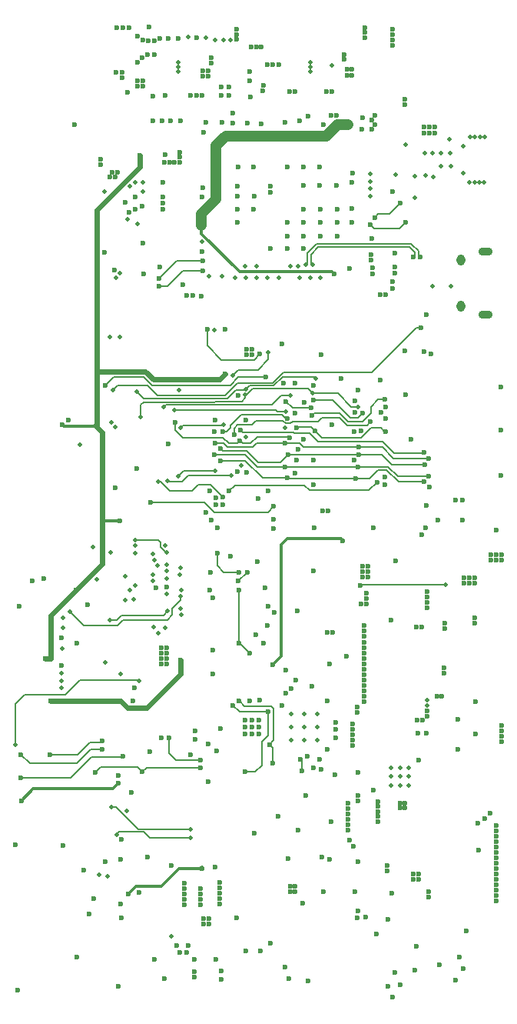
<source format=gbr>
%TF.GenerationSoftware,KiCad,Pcbnew,7.99.0-1.20230926git54171ec.fc37*%
%TF.CreationDate,2023-10-03T14:10:53+01:00*%
%TF.ProjectId,bugg-main-r5,62756767-2d6d-4616-996e-2d72352e6b69,rev?*%
%TF.SameCoordinates,Original*%
%TF.FileFunction,Copper,L4,Inr*%
%TF.FilePolarity,Positive*%
%FSLAX46Y46*%
G04 Gerber Fmt 4.6, Leading zero omitted, Abs format (unit mm)*
G04 Created by KiCad (PCBNEW 7.99.0-1.20230926git54171ec.fc37) date 2023-10-03 14:10:53*
%MOMM*%
%LPD*%
G01*
G04 APERTURE LIST*
%TA.AperFunction,ComponentPad*%
%ADD10O,1.550000X0.890000*%
%TD*%
%TA.AperFunction,ComponentPad*%
%ADD11O,0.950000X1.250000*%
%TD*%
%TA.AperFunction,ComponentPad*%
%ADD12C,0.500000*%
%TD*%
%TA.AperFunction,ComponentPad*%
%ADD13C,0.600000*%
%TD*%
%TA.AperFunction,ViaPad*%
%ADD14C,0.500000*%
%TD*%
%TA.AperFunction,ViaPad*%
%ADD15C,0.600000*%
%TD*%
%TA.AperFunction,Conductor*%
%ADD16C,0.150000*%
%TD*%
%TA.AperFunction,Conductor*%
%ADD17C,0.600000*%
%TD*%
%TA.AperFunction,Conductor*%
%ADD18C,0.300000*%
%TD*%
%TA.AperFunction,Conductor*%
%ADD19C,0.200000*%
%TD*%
%TA.AperFunction,Conductor*%
%ADD20C,1.200000*%
%TD*%
G04 APERTURE END LIST*
D10*
%TO.N,GND*%
%TO.C,J15*%
X25900000Y28700000D03*
D11*
X23200000Y29700000D03*
X23200000Y34700000D03*
D10*
X25900000Y35700000D03*
%TD*%
D12*
%TO.N,-15V*%
%TO.C,U18*%
X4467462Y-15175000D03*
X4467462Y-16625000D03*
X4467462Y-18075000D03*
X5917462Y-15175000D03*
X5917462Y-16625000D03*
X5917462Y-18075000D03*
X7367462Y-15175000D03*
X7367462Y-16625000D03*
X7367462Y-18075000D03*
%TD*%
%TO.N,GNDA*%
%TO.C,U28*%
X15464286Y-23059762D03*
X16439286Y-23059762D03*
X17414286Y-23059762D03*
X15464286Y-22084762D03*
X16439286Y-22084762D03*
X17414286Y-22084762D03*
X15464286Y-21109762D03*
X16439286Y-21109762D03*
X17414286Y-21109762D03*
%TD*%
D13*
%TO.N,-15V*%
%TO.C,U23*%
X875000Y-17375000D03*
X875000Y-16625000D03*
X875000Y-15875000D03*
X125000Y-17375000D03*
X125000Y-16625000D03*
X125000Y-15875000D03*
X-625000Y-17375000D03*
X-625000Y-16625000D03*
X-625000Y-15875000D03*
%TD*%
D14*
%TO.N,GND*%
X18125000Y44000000D03*
D15*
X-100000Y55500000D03*
X-100000Y54500000D03*
X-2400000Y52825000D03*
X-2400000Y53800000D03*
X-25000Y52725000D03*
D14*
X-4925000Y59175000D03*
X-3925000Y58925000D03*
D15*
X-5950000Y59200000D03*
X-11250000Y58900000D03*
X-11950000Y56975000D03*
X-10025000Y59150000D03*
X-9050000Y59150000D03*
X-11400000Y57350000D03*
X-11850000Y58925000D03*
%TO.N,/Power and input connector/3V7_O*%
X10275000Y57375000D03*
%TO.N,GND*%
X4875000Y53275000D03*
X8350000Y53275000D03*
%TO.N,+3.3VADC*%
X-1400000Y19800000D03*
X19700000Y9750000D03*
X3650000Y21200000D03*
X-450000Y24300000D03*
X14800000Y10050000D03*
X17100000Y19900000D03*
X7800000Y24300000D03*
X12150000Y15950000D03*
X14900000Y17300000D03*
X6950000Y10050000D03*
X11450000Y19250000D03*
X-450000Y24900000D03*
X11450000Y17950000D03*
X11400000Y12700000D03*
X-475000Y11375000D03*
X14900000Y18600000D03*
X5050000Y12750000D03*
X153631Y24896369D03*
X6775000Y-12175000D03*
X150000Y24300000D03*
X850000Y8500000D03*
D14*
%TO.N,/SCL*%
X-7700000Y-3600000D03*
X-14450000Y26275000D03*
X-14900000Y16350000D03*
X-14400000Y33325000D03*
%TO.N,/SDA*%
X-15350000Y16850000D03*
X-15500000Y26250000D03*
X-15500000Y-4900000D03*
X-9150000Y-3900000D03*
X-18800000Y14400000D03*
X-14850000Y32825000D03*
%TO.N,/FSYNC*%
X-12750000Y3950000D03*
X11850000Y18600000D03*
X6850000Y20050000D03*
X-650000Y19900000D03*
X-9300000Y2600000D03*
X-12450000Y38750000D03*
X-12100000Y17500000D03*
%TO.N,/BCLK*%
X-13600000Y39200000D03*
X-12550000Y20250000D03*
X-1050000Y12100000D03*
X-500000Y20550000D03*
X-12900000Y-2600000D03*
X7200000Y21700000D03*
X-500000Y15250000D03*
%TO.N,/SDOUT*%
X-12750000Y2500000D03*
D15*
%TO.N,GND*%
X17650000Y15000000D03*
X15625000Y58325000D03*
X350000Y40300000D03*
X9500000Y38900000D03*
D14*
X22100000Y31850000D03*
D15*
X-12450000Y59381420D03*
X-6625000Y52900000D03*
X6950000Y12750000D03*
X-13450000Y60300000D03*
X9500000Y40350000D03*
D14*
X19250000Y44050000D03*
D15*
X-14200000Y55403621D03*
D14*
X24700000Y48250000D03*
D15*
X-5500000Y-35600000D03*
X4050000Y38900000D03*
X-6350000Y30850000D03*
X-10600000Y58900000D03*
X-10600000Y-42250000D03*
X-10450000Y-1300000D03*
X3750000Y49900000D03*
X19400000Y28700000D03*
X19900000Y24400000D03*
X1900000Y9350000D03*
D14*
X19150000Y46500000D03*
D15*
X-9700000Y41700000D03*
D14*
X6600000Y56000000D03*
D15*
X-3200000Y49875000D03*
X9950000Y21700000D03*
X-17850000Y-37200000D03*
X8950000Y53275000D03*
X2175000Y42150000D03*
X16950000Y52400000D03*
X-7050000Y30850000D03*
X-14200000Y54825000D03*
X15850000Y35500000D03*
X9425000Y50675000D03*
X14300000Y30900000D03*
X1400000Y54000000D03*
D14*
X22050000Y45050000D03*
X24150000Y48250000D03*
X-8000000Y55500000D03*
X-2250000Y58950000D03*
D15*
X-3450000Y-34350000D03*
X4275000Y53275000D03*
X12350000Y50400000D03*
X16950000Y51800000D03*
D14*
X-3000000Y58925000D03*
D15*
X7650000Y40350000D03*
D14*
X18100000Y41600000D03*
D15*
X-9700000Y40300000D03*
X-3450000Y-36150000D03*
X-3275000Y53800000D03*
X-22775000Y-325000D03*
X-6200000Y-43550000D03*
D14*
X21000000Y45050000D03*
D15*
X8400000Y-13800000D03*
X-14300000Y-31250000D03*
D14*
X-7650000Y-4300000D03*
D15*
X-3450000Y-35550000D03*
D14*
X20100000Y43850000D03*
D15*
X5850000Y36000000D03*
D14*
X-13850000Y-100000D03*
X21000000Y46550000D03*
D15*
X-10050000Y33950000D03*
X23300000Y6150000D03*
X-5500000Y-34400000D03*
X15600000Y31600000D03*
X-13150000Y-23850000D03*
D14*
X25800000Y48250000D03*
D15*
X-1475000Y42875000D03*
X15900000Y34000000D03*
X-16125000Y35600000D03*
X11150000Y38900000D03*
X27600000Y20800000D03*
X-6200000Y-42200000D03*
X-20700000Y-29675000D03*
X-14100000Y60300000D03*
D14*
X-17000000Y-400000D03*
X-8000000Y56500000D03*
D15*
X8950000Y16600000D03*
X-400000Y49800000D03*
D14*
X15950000Y44100000D03*
D15*
X-19200000Y-42000000D03*
X-25975000Y-29625000D03*
D14*
X20050000Y46550000D03*
D15*
X5376400Y50086400D03*
X19400000Y7750000D03*
X-10650000Y57375000D03*
X15625000Y59525000D03*
X-11200000Y60400000D03*
X-5950000Y52900000D03*
X5800000Y44975000D03*
X15900000Y33300000D03*
X5850000Y38850000D03*
X12275000Y49100000D03*
X5800000Y37400000D03*
D14*
X20050000Y31850000D03*
X17050000Y47450000D03*
D15*
X6350000Y50550000D03*
D14*
X-6850000Y59300000D03*
D15*
X-6200000Y-44200000D03*
D14*
X23450000Y47250000D03*
D15*
X9500000Y37400000D03*
X-7700000Y50100000D03*
X27600000Y16000000D03*
X5800000Y15000000D03*
X-14600000Y-45150000D03*
X15600000Y32350000D03*
X9425000Y42925000D03*
D14*
X3750000Y16250000D03*
D15*
X-1450000Y38850000D03*
X-1450000Y41800000D03*
X-5450000Y30750000D03*
D14*
X-8000000Y56000000D03*
D15*
X-10750000Y52800000D03*
X-18400000Y-32400000D03*
X13400000Y33900000D03*
X-20100000Y17100000D03*
X-11150000Y-19400000D03*
X-9700000Y41000000D03*
X7650000Y37400000D03*
D14*
X22000000Y46550000D03*
D15*
X2175000Y42875000D03*
X-5500000Y-35000000D03*
X-9450000Y52850000D03*
D14*
X25200000Y43300000D03*
D15*
X11150000Y43250000D03*
D14*
X21900000Y48050000D03*
D15*
X4000000Y44950000D03*
X11225000Y44275000D03*
X11150000Y40400000D03*
X13350000Y37150000D03*
X-1575000Y60100000D03*
D14*
X-15400000Y2550000D03*
D15*
X-1575000Y59000000D03*
X11400000Y15900000D03*
X-4550000Y9300000D03*
X-7050000Y-41450000D03*
D14*
X6600000Y56500000D03*
D15*
X2200000Y36050000D03*
D14*
X-4600000Y33000000D03*
D15*
X-9800000Y50086400D03*
X-14250000Y-37650000D03*
X-18000000Y-3150000D03*
X-8850000Y50086400D03*
X-20850000Y-6850000D03*
X7650000Y38850000D03*
X-1375000Y44950000D03*
X-16500000Y45800000D03*
X400000Y41800000D03*
D14*
X25250000Y48250000D03*
D15*
X-3450000Y-34950000D03*
X-12450000Y56500000D03*
X-14600000Y-22000000D03*
X7600000Y44975000D03*
X13400000Y33250000D03*
X-7950000Y59150000D03*
D14*
X23450000Y44300000D03*
D15*
X15625000Y60125000D03*
X-3275000Y52850000D03*
X-550000Y17150000D03*
X13300000Y34750000D03*
X-19400000Y49600000D03*
X-5400000Y35700000D03*
D14*
X6600000Y55500000D03*
D15*
X8850000Y50675000D03*
X-4956400Y49900000D03*
X-1575000Y59550000D03*
X-12300000Y-34825000D03*
X-25700000Y-45650000D03*
X-25550000Y-3350000D03*
X-3450000Y-33750000D03*
X-4350000Y6100000D03*
X27600000Y11000000D03*
X20650000Y6100000D03*
X-5500000Y-36200000D03*
X-10750000Y50050000D03*
X-4000000Y15900000D03*
X15625000Y58925000D03*
X2475000Y6175000D03*
D14*
X24100000Y43300000D03*
D15*
X-5350000Y52900000D03*
X5825000Y42925000D03*
X7900000Y7150000D03*
X1350000Y53350000D03*
X-8750000Y-31900000D03*
X-1975000Y50950000D03*
X7625000Y42925000D03*
X-14750000Y60300000D03*
X350000Y44975000D03*
X23350000Y8300000D03*
X13300000Y35350000D03*
X-16500000Y45225000D03*
X-13600000Y53200000D03*
X8500000Y7150000D03*
X-1975000Y49825000D03*
X-19200000Y-7400000D03*
X-1450000Y40300000D03*
D14*
X-16000000Y-9550000D03*
D15*
X10850000Y33800000D03*
X-15050000Y33600000D03*
X14900000Y30900000D03*
X5850000Y40300000D03*
D14*
X-20900000Y-10750000D03*
X25750000Y43300000D03*
D15*
X-7500000Y32050000D03*
D14*
X24650000Y43300000D03*
D15*
X-14850000Y55400000D03*
X4050000Y37400000D03*
X4000000Y36000000D03*
X-24050000Y-600000D03*
%TO.N,+3V3*%
X-22050000Y-13750000D03*
X-17000000Y23675000D03*
X-7750000Y-9300000D03*
X-22050000Y-9100000D03*
X-11350000Y-31000000D03*
X-12225000Y46275000D03*
X-14250000Y-29000000D03*
X-20800000Y16625000D03*
X-14450000Y6050000D03*
X-22650000Y-9100000D03*
X-2800000Y22200000D03*
X-19275000Y-1575000D03*
X-12000000Y-14550000D03*
%TO.N,/Power and input connector/Vin*%
X13700000Y50650000D03*
X1175000Y58225000D03*
X13350000Y50150000D03*
X75000Y58225000D03*
X12550000Y60350000D03*
X625000Y58225000D03*
X13350000Y49150000D03*
X13700000Y49650000D03*
X12550000Y59250000D03*
X12550000Y59800000D03*
D14*
%TO.N,/Modem/UIM_SIM_DET*%
X-5400000Y36750000D03*
X-3975000Y27075000D03*
D15*
%TO.N,/Modem/UIM_VCC*%
X-25300000Y-24739600D03*
X-5550000Y-20300000D03*
D14*
X-13650000Y-25850000D03*
X13206594Y41793406D03*
D15*
X-9000000Y-17800000D03*
X-14600000Y-22800000D03*
%TO.N,/Power and input connector/5V_O*%
X-4375000Y56975000D03*
X-4375000Y56425000D03*
X-5200000Y48800000D03*
%TO.N,/Modem/UIM_RESET_N*%
X-6600000Y-19700000D03*
X-25325000Y-22200000D03*
X-14125000Y-19875000D03*
D14*
X13200000Y44200000D03*
D15*
%TO.N,/Modem/UIM_CLK_R*%
X-16400000Y-19100000D03*
X-25325000Y-19659600D03*
%TO.N,/Power and input connector/VIN_DCDC_3V7*%
X10600000Y55100000D03*
X2450000Y56250000D03*
X1800000Y56250000D03*
X11150000Y55100000D03*
X10600000Y55700000D03*
X3100000Y56250000D03*
X11150000Y55700000D03*
D14*
%TO.N,/SD_DAT2*%
X-9400000Y3350000D03*
X-20830000Y-12370000D03*
%TO.N,/SD_DAT3*%
X-9250000Y-2000000D03*
X-20850000Y-11550000D03*
D15*
%TO.N,/SD_CMD*%
X-20900000Y-9900000D03*
D14*
X-13850000Y-2650000D03*
%TO.N,/SD_CLK*%
X-20800000Y-8000000D03*
D15*
X-9250000Y-1250000D03*
D14*
%TO.N,/SD_DAT0*%
X-13300000Y-1550000D03*
X-20700000Y-5750000D03*
%TO.N,/SD_DAT1*%
X-12750000Y-1050000D03*
X-20700000Y-4670000D03*
%TO.N,/SD_nDET*%
X-19950000Y-3950000D03*
X-7700000Y-2300000D03*
D15*
%TO.N,/LED driver\u002C LED board connections/LED3_B*%
X-12700000Y40350000D03*
%TO.N,VBUS*%
X-14950000Y43900000D03*
X-4600000Y-37750000D03*
X-5200000Y-38350000D03*
X-4600000Y-38350000D03*
X-15250000Y44400000D03*
X-11050000Y8100000D03*
X-5350000Y-32200000D03*
X10925000Y-29125000D03*
X-15550000Y43900000D03*
X-14650000Y44400000D03*
X18850000Y4550000D03*
X-13475000Y-35050000D03*
X-5200000Y-37750000D03*
X2550000Y7650000D03*
%TO.N,/USB_OTG_ID*%
X22550000Y8300000D03*
X19115000Y24700000D03*
X16950000Y24725000D03*
%TO.N,/Power and input connector/VIN_DCDC_5*%
X-4700000Y55600000D03*
X-4700000Y55000000D03*
X-11900000Y53850000D03*
X-12500000Y53850000D03*
X-5300000Y55600000D03*
X-5300000Y55000000D03*
X-12500000Y54450000D03*
X-11900000Y54450000D03*
D14*
%TO.N,/RXD*%
X-10200000Y-6300000D03*
X-14800000Y-28500000D03*
X-6600000Y-28850000D03*
%TO.N,/TXD*%
X-15375000Y-25450000D03*
X-10700000Y-5650000D03*
X-6600000Y-27900000D03*
D15*
%TO.N,/LED driver\u002C LED board connections/LED3_G*%
X-12000000Y40700000D03*
%TO.N,/nPWR_LED*%
X-13850000Y41100000D03*
X-17325000Y-35525000D03*
%TO.N,/LED driver\u002C LED board connections/LED2_B*%
X-12700000Y41700000D03*
D14*
%TO.N,/LED driver\u002C LED board connections/LED2_G*%
X-11900000Y42250000D03*
%TO.N,/LED driver\u002C LED board connections/LED2_R*%
X-13300000Y42850000D03*
%TO.N,/LED driver\u002C LED board connections/LED1_B*%
X-16100000Y42300000D03*
X-11900000Y43250000D03*
%TO.N,/LED driver\u002C LED board connections/LED1_G*%
X-12700000Y43250000D03*
D15*
%TO.N,/LED driver\u002C LED board connections/LED1_R*%
X-9700000Y43275000D03*
%TO.N,+5V*%
X14050000Y-24850000D03*
X2450000Y-9800000D03*
X-9100000Y14500000D03*
X-9850000Y-8500000D03*
X-8935000Y45480000D03*
X14050000Y-25950000D03*
X27675000Y-16525000D03*
X27050000Y2300000D03*
X-9850000Y-9100000D03*
X-9460000Y46305000D03*
X-9250000Y-7900000D03*
X10100000Y3850000D03*
X-7825000Y46050000D03*
X27675000Y-18250000D03*
X-11800000Y33250000D03*
X27675000Y-17675000D03*
X27650000Y2300000D03*
X-9850000Y-7900000D03*
X-8385000Y45480000D03*
X26450000Y2300000D03*
X-9850000Y-9700000D03*
X27050000Y1700000D03*
X-9250000Y-9100000D03*
X27650000Y1700000D03*
X-7835000Y46600000D03*
X27675000Y-17100000D03*
X26450000Y1700000D03*
X-9250000Y-8500000D03*
X-9485000Y45505000D03*
X14050000Y-27050000D03*
X-11900000Y36600000D03*
X14050000Y-25400000D03*
X-9250000Y-9700000D03*
X-7835000Y45480000D03*
X14050000Y-26500000D03*
%TO.N,/USB_UART_DN*%
X-8150000Y-40700000D03*
%TO.N,/USB_UART_DP*%
X-6900000Y-40700000D03*
D14*
%TO.N,/POWER_ON_N*%
X-7700000Y900000D03*
X-3000000Y16600000D03*
X-7750000Y16250000D03*
%TO.N,/RESET_IN_N*%
X-2150000Y11050000D03*
X-9150000Y10400000D03*
X-9250000Y1250000D03*
%TO.N,/BOOT_MODE*%
X-8000000Y10950000D03*
X-3900000Y11550000D03*
X-9250000Y-300000D03*
%TO.N,/WAKE*%
X-2000000Y22000000D03*
X1950000Y24600000D03*
D15*
%TO.N,GNDA*%
X3750000Y-43075000D03*
X12500000Y-5500000D03*
X12525000Y-10900000D03*
X27050000Y-28050000D03*
X11225000Y-17475000D03*
X18425000Y-17325000D03*
X-3275000Y-44400000D03*
X11225000Y-18075000D03*
X27075000Y-33450000D03*
X11800000Y-24800000D03*
X27075000Y-34625000D03*
X27050000Y-30450000D03*
X12500000Y-6100000D03*
X-3650000Y5250000D03*
X12525000Y-11500000D03*
X12500000Y-7300000D03*
X-3275000Y-43500000D03*
X18500000Y-33400000D03*
X11225000Y-18675000D03*
X11225000Y-16275000D03*
X18900000Y-15875000D03*
X15075000Y-31875000D03*
X19450000Y-1750000D03*
X4900000Y-34750000D03*
X21350000Y-5825000D03*
X8675000Y-9725000D03*
X1450000Y-7450000D03*
X-4550000Y-1600000D03*
X10700000Y-27425000D03*
X16450000Y-25550000D03*
X25125000Y-30200000D03*
X27100000Y5000000D03*
X7825000Y-31000000D03*
X12525000Y-9700000D03*
X10700000Y-26225000D03*
X7725000Y-21325000D03*
X10578849Y-8870138D03*
X1900000Y-3350000D03*
X9300000Y-21925000D03*
X10700000Y-25025000D03*
X2475000Y5225000D03*
X25025000Y-27250000D03*
X15625000Y-46350000D03*
X3900000Y-10350000D03*
X12525000Y-9100000D03*
X25800000Y-26700000D03*
X12500000Y-6700000D03*
X4900000Y-34200000D03*
X23400000Y-43200000D03*
X15900000Y-43650000D03*
X27075000Y-32850000D03*
X19450000Y-3550000D03*
X4350000Y-34750000D03*
X24650000Y-5250000D03*
X27050000Y-29250000D03*
X12725000Y-2500000D03*
X11775000Y-14475000D03*
X19450000Y-2950000D03*
X19250000Y5250000D03*
X18300000Y-15875000D03*
X24650000Y-4650000D03*
X12725000Y-1900000D03*
X6250000Y-19900000D03*
X6925000Y-21150000D03*
X3000000Y-26500000D03*
X18500000Y-32850000D03*
X-2200000Y2150000D03*
X27075000Y-35225000D03*
X1550000Y-1350000D03*
X12525000Y-13875000D03*
X10700000Y-25625000D03*
X23800000Y-39075000D03*
X27075000Y-32250000D03*
X19425000Y-15475000D03*
X12525000Y-12675000D03*
X12525000Y-12100000D03*
X17950000Y-32850000D03*
D14*
X19425000Y-14275000D03*
D15*
X19450000Y-2350000D03*
X11850000Y-31450000D03*
X27050000Y-29850000D03*
X-4650000Y-18550000D03*
X12525000Y-10300000D03*
X12700000Y-37550000D03*
X18500000Y-20275000D03*
X4350000Y-34200000D03*
D14*
X19425000Y-13700000D03*
D15*
X19425000Y-14875000D03*
X20775000Y-42800000D03*
X11800000Y-24200000D03*
X13500000Y5250000D03*
X27050000Y-28650000D03*
X-3850000Y-42250000D03*
X17000000Y-25000000D03*
X17000000Y-25550000D03*
X12725000Y-3100000D03*
X19325000Y-17325000D03*
X10700000Y-28025000D03*
X8050000Y-34750000D03*
X18100000Y-43400000D03*
X10700000Y-26825000D03*
X15075000Y-32450000D03*
X11225000Y-16875000D03*
X16450000Y-25000000D03*
X12500000Y-7900000D03*
X400000Y-28300000D03*
X7000000Y5250000D03*
X-4150000Y-8200000D03*
X12525000Y-13275000D03*
X15575000Y-34900000D03*
X-4650000Y-22625000D03*
X11775000Y-15075000D03*
X21300000Y-10700000D03*
X12500000Y-8500000D03*
X27075000Y-31050000D03*
X21300000Y-10100000D03*
X27075000Y-31650000D03*
X5200000Y-28000000D03*
X27075000Y-34050000D03*
X6950000Y550000D03*
X27050000Y-27450000D03*
X17950000Y-33400000D03*
X27075000Y-35825000D03*
X21350000Y-5225000D03*
X12175000Y-3100000D03*
X-4400000Y350000D03*
%TO.N,/MIC_IN_P*%
X6350000Y-44600000D03*
X2200000Y-40475000D03*
X-550000Y-41300000D03*
D14*
%TO.N,/WAKE_ON_WWAN*%
X3850000Y18050000D03*
X-10650000Y1700000D03*
X-8450000Y18200000D03*
%TO.N,/TX_ON*%
X4350000Y19800000D03*
X-10800000Y2400000D03*
X-9600000Y18550000D03*
D15*
%TO.N,/Modem/1V8_TX_ON*%
X-5400000Y41700000D03*
X4850000Y21200000D03*
%TO.N,/Modem/1V8_WAKE_ON_WWAN*%
X5900000Y19100000D03*
X15650000Y42275000D03*
%TO.N,/Modem/1V8_WAKE*%
X3450000Y25550000D03*
D14*
X4400000Y34100000D03*
D15*
%TO.N,/Modem/1V8_BOOT_MODE*%
X5250000Y13950000D03*
X1150000Y49750000D03*
D14*
%TO.N,/Modem/1V8_RESET_IN_N*%
X5250000Y34050000D03*
D15*
X4850000Y11300000D03*
%TO.N,/Modem/1V8_POWER_ON_N*%
X4850000Y17850000D03*
X-5250000Y42700000D03*
%TO.N,Net-(D1-K)*%
X-14300000Y-36100000D03*
X-16025000Y-31475000D03*
D14*
%TO.N,/MODEM_USB_DN*%
X6050000Y34200000D03*
D15*
X18700000Y35050000D03*
D14*
%TO.N,/MODEM_USB_DP*%
X6850000Y34200000D03*
D15*
X17900000Y35050000D03*
%TO.N,Net-(D3-K)*%
X-9500000Y-44350000D03*
X1650000Y21850000D03*
X-16000000Y20950000D03*
%TO.N,+3V7*%
X9200000Y33200000D03*
X11050000Y49600000D03*
X9250000Y49600000D03*
X9850000Y49600000D03*
X-5450000Y39100000D03*
X10450000Y49600000D03*
X-5450000Y40200000D03*
X-5450000Y38550000D03*
X-5450000Y39650000D03*
D14*
%TO.N,/Modem/UIM_CLK*%
X13200000Y42600000D03*
D15*
X-6150000Y-17100000D03*
%TO.N,/GLOBAL_EN_o*%
X-12800000Y-12350000D03*
X-14950000Y9650000D03*
D14*
%TO.N,/nRPIBOOT*%
X-14300000Y-10850000D03*
X-15200000Y20400000D03*
D15*
X18750000Y27300000D03*
D14*
%TO.N,/3V7_EN*%
X-10800000Y100000D03*
X8925000Y56125000D03*
D15*
%TO.N,/Power and input connector/3V7_O*%
X10275000Y56800000D03*
X7975000Y49675000D03*
%TO.N,/Power and input connector/3.3VA_O*%
X22850000Y-19150000D03*
%TO.N,/Power and input connector/1V8_O*%
X22850000Y-15775000D03*
D14*
%TO.N,/nPWR_LED_BUF*%
X-25900000Y-18600000D03*
X-15800000Y-33050000D03*
X-12300000Y-11600000D03*
D15*
%TO.N,/MIC_IN_N*%
X4225000Y-44350000D03*
X1050000Y-41300000D03*
%TO.N,Net-(Module1A-RUN_PG)*%
X-12950000Y-13750000D03*
D14*
%TO.N,Net-(U7-UART1_TX)*%
X-600000Y34050000D03*
D15*
X-10109200Y32715200D03*
X-5283200Y34645600D03*
%TO.N,Net-(U7-UART1_RX)*%
X-10109200Y31902400D03*
D14*
X650000Y34050000D03*
D15*
X-5283200Y33578800D03*
%TO.N,Net-(U7-SYS_CLK)*%
X13200000Y38600000D03*
X17100000Y38900000D03*
%TO.N,Net-(U7-SLEEP_CLK)*%
X16500000Y41000000D03*
X13650000Y39400000D03*
%TO.N,/Modem/UIM_DATA*%
X-22150000Y-19659600D03*
D14*
X13200000Y43412246D03*
D15*
X-16400000Y-18200000D03*
X-6150000Y-18000000D03*
%TO.N,Net-(U18A-SOUT2)*%
X4150000Y-31150000D03*
X6050000Y-24150000D03*
%TO.N,Net-(U18A-SOUT1)*%
X5500000Y-20200000D03*
X5600000Y-21450000D03*
%TO.N,+15V*%
X7550000Y-20250000D03*
X-1550000Y-37650000D03*
X550000Y-6500000D03*
X19625000Y-35350000D03*
X5100000Y-3850000D03*
X-100000Y-13750000D03*
X19625000Y-34800000D03*
X11850000Y-36850000D03*
%TO.N,-15V*%
X-3950000Y-32100000D03*
X8425000Y-19075000D03*
X1800000Y-5450000D03*
X18825000Y-5650000D03*
X11500000Y-34800000D03*
X-3300000Y-16850000D03*
X18275000Y-5650000D03*
X-4150000Y-10850000D03*
%TO.N,Net-(U27-IN+)*%
X-400000Y400000D03*
X-1350000Y-550000D03*
%TO.N,Net-(U27-IN-)*%
X-3700000Y2500000D03*
X-1300000Y400000D03*
%TO.N,+1V8*%
X770000Y1575000D03*
X20525000Y-13250000D03*
X21075000Y-13250000D03*
%TO.N,+48V*%
X8900000Y-27100000D03*
X5725000Y-36025000D03*
X8475000Y-6250000D03*
X9050000Y-6250000D03*
%TO.N,/Power and input connector/BSW*%
X11275000Y-29800000D03*
X13475000Y-23600000D03*
%TO.N,Net-(C71-Pad2)*%
X-150000Y-8550000D03*
X-1300000Y-7450000D03*
X-1300000Y-1550000D03*
%TO.N,Net-(D14-A)*%
X-3750000Y-19300000D03*
X1000000Y-13650000D03*
%TO.N,/SDOUT_INT_MIC*%
X-12550000Y11800000D03*
X-13400000Y39950000D03*
%TO.N,+5VA*%
X2600000Y-4000000D03*
X-4150000Y-2450000D03*
%TO.N,/EXT_MIC_EN*%
X1000000Y24400000D03*
X24775000Y-13850000D03*
D14*
X-10250000Y1100000D03*
D15*
X-4800000Y27100000D03*
X24775000Y-17375000D03*
X11825000Y-21650000D03*
X-3050000Y8650000D03*
D14*
X-10200000Y10350000D03*
%TO.N,/SPI_SCLK*%
X-7800000Y100000D03*
%TO.N,/SPI_nCS*%
X-10750000Y-600000D03*
%TO.N,/SPI_MOSI*%
X-7650000Y-1550000D03*
D15*
%TO.N,Net-(Q14-D)*%
X8650000Y-31200000D03*
X11725000Y-37624064D03*
%TO.N,/External Microphone Interface/PIP_EN*%
X9375000Y-16150000D03*
X18225000Y-40750000D03*
%TO.N,/External Microphone Interface/P3V3_EN*%
X16500000Y-45025000D03*
X23000000Y-41975000D03*
X15150000Y-37825000D03*
X9375000Y-16900000D03*
%TO.N,Net-(U18A-IN1)*%
X2450000Y-20600000D03*
X2062500Y-18587500D03*
X-1275000Y-13775000D03*
%TO.N,Net-(U18A-IN2)*%
X1950000Y-14950000D03*
X-600000Y-21600000D03*
X-1950000Y-14250000D03*
%TO.N,/External Microphone Interface/CNV*%
X14300000Y21550000D03*
X13950000Y10300000D03*
X-2400000Y9300000D03*
%TO.N,/External Microphone Interface/SCK*%
X-1500000Y11450000D03*
X-3900000Y17100000D03*
%TO.N,/External Microphone Interface/AMP_MOSI*%
X-3050000Y7800000D03*
X5000000Y-11500000D03*
%TO.N,/External Microphone Interface/AMP_SCLK*%
X4450000Y-12400000D03*
X-3850000Y7800000D03*
%TO.N,/External Microphone Interface/AMP_nCS*%
X-3850000Y8600000D03*
X3850000Y-12950000D03*
%TO.N,/External Microphone Interface/Q0*%
X19116421Y10316421D03*
X-3350000Y12650000D03*
X11550000Y10700000D03*
X4050000Y10750000D03*
%TO.N,/External Microphone Interface/Q1*%
X-3975000Y13325000D03*
X11850000Y12000000D03*
X19650000Y10950000D03*
X3750000Y12000000D03*
%TO.N,/External Microphone Interface/Q2*%
X-3300000Y14000000D03*
X19150000Y12250000D03*
X11900000Y13350000D03*
X4150000Y13350000D03*
%TO.N,/External Microphone Interface/Q3*%
X3750000Y14600000D03*
X19650000Y12900000D03*
X-3950000Y14600000D03*
X11900000Y14150000D03*
%TO.N,/External Microphone Interface/Q4*%
X14900000Y15900000D03*
X7050000Y15950000D03*
X-1200000Y14850000D03*
X4250000Y15200000D03*
X-8300000Y16850000D03*
X5050000Y16250000D03*
%TO.N,/External Microphone Interface/CLK_H*%
X-1100000Y16000000D03*
X19100000Y13550000D03*
%TO.N,/External Microphone Interface/RST*%
X11850000Y20400000D03*
X13200000Y16950000D03*
X-1850000Y15550000D03*
%TO.N,/External Microphone Interface/!Qeq2*%
X6675000Y18475000D03*
X3900000Y19200000D03*
%TO.N,/External Microphone Interface/!Qeq10*%
X14400000Y17950000D03*
X14800000Y10850000D03*
%TO.N,/External Microphone Interface/Qeq2*%
X6900000Y20950000D03*
X6750000Y17650000D03*
X14800000Y19400000D03*
%TO.N,/External Microphone Interface/AMP_RST*%
X-3050000Y15850000D03*
X3467462Y-14282538D03*
X-4950000Y6950000D03*
X4050000Y17300000D03*
%TO.N,Net-(U19A-~{R})*%
X12300000Y17850000D03*
X6900000Y19300000D03*
D14*
%TO.N,/SHDNZ*%
X-9250000Y500000D03*
X-7900000Y20400000D03*
%TO.N,/LED_ACT*%
X-16700000Y-32950000D03*
X-17400000Y3200000D03*
X-12750000Y3300000D03*
%TO.N,/LED_USER*%
X-9450000Y-5750000D03*
X-8750000Y-39650000D03*
D15*
%TO.N,/Power and input connector/LT_VIN*%
X24700000Y-800000D03*
X12350000Y450000D03*
X24100000Y-200000D03*
X12350000Y1050000D03*
X12350000Y-150000D03*
X24700000Y-200000D03*
X12950000Y1050000D03*
X23500000Y-800000D03*
X23500000Y-200000D03*
X12950000Y-150000D03*
X12950000Y450000D03*
X24100000Y-800000D03*
%TO.N,/Power and input connector/LT_VOUT*%
X15450000Y-4900000D03*
X16000000Y1600000D03*
%TO.N,/Modem/UIM_DSW*%
X-5550000Y-21100000D03*
X-17170400Y-21640800D03*
X-11950000Y-21550000D03*
X-9850000Y-17800000D03*
X-2850000Y27150000D03*
D14*
%TO.N,/Modem/J1*%
X-3170000Y32950000D03*
%TO.N,/Modem/J2*%
X-1700000Y32800000D03*
%TO.N,/Modem/J3*%
X-510000Y32810000D03*
%TO.N,/Modem/J4*%
X650000Y32820000D03*
%TO.N,/Modem/J5*%
X1810000Y32800000D03*
%TO.N,/Modem/J6*%
X3100000Y32830000D03*
%TO.N,/Modem/J7*%
X5380000Y32800000D03*
%TO.N,/Modem/J8*%
X6550000Y32800000D03*
%TO.N,/Modem/J9*%
X7700000Y32800000D03*
D15*
%TO.N,IN_VIN*%
X-7300000Y-36250000D03*
X-7300000Y-33850000D03*
X-7300000Y-35050000D03*
X19700000Y48750000D03*
X-7300000Y-34450000D03*
X20300000Y49350000D03*
X20300000Y48750000D03*
X19700000Y49350000D03*
X-7800000Y-41450000D03*
X-7300000Y-35650000D03*
X19100000Y49350000D03*
X19100000Y48750000D03*
%TO.N,/External Microphone Interface/P3V3_DISABLE*%
X26425000Y-26175000D03*
%TO.N,/48V_EN*%
X9400000Y-17850000D03*
X15125000Y-45200000D03*
X12075000Y-1100000D03*
X22600000Y-44475000D03*
X13850000Y-39425000D03*
D14*
X21500000Y-950000D03*
%TD*%
D16*
%TO.N,/SDA*%
X-14800000Y-4900000D02*
X-15500000Y-4900000D01*
X-14250000Y-4350000D02*
X-14800000Y-4900000D01*
X-9600000Y-4350000D02*
X-14250000Y-4350000D01*
X-9150000Y-3900000D02*
X-9600000Y-4350000D01*
%TO.N,/FSYNC*%
X-9300000Y2600000D02*
X-9325000Y2600000D01*
X-650000Y19550000D02*
X-650000Y19900000D01*
X-9325000Y2600000D02*
X-9900000Y3175000D01*
X11050000Y18600000D02*
X11850000Y18600000D01*
X6850000Y20050000D02*
X6300000Y20600000D01*
X9600000Y20050000D02*
X11050000Y18600000D01*
X-450000Y19900000D02*
X-650000Y19900000D01*
X-9900000Y3175000D02*
X-9900000Y3700000D01*
X6850000Y20050000D02*
X9600000Y20050000D01*
X-3950000Y19200000D02*
X-1000000Y19200000D01*
X-1000000Y19200000D02*
X-650000Y19550000D01*
X-4050000Y19100000D02*
X-3950000Y19200000D01*
X6300000Y20600000D02*
X250000Y20600000D01*
X-12100000Y18800000D02*
X-11800000Y19100000D01*
X-12100000Y17500000D02*
X-12100000Y18800000D01*
X-9900000Y3700000D02*
X-10150000Y3950000D01*
X-11800000Y19100000D02*
X-4050000Y19100000D01*
X-10150000Y3950000D02*
X-12750000Y3950000D01*
X250000Y20600000D02*
X-450000Y19900000D01*
%TO.N,/BCLK*%
X-11800000Y19500000D02*
X-12550000Y20250000D01*
X7000000Y21900000D02*
X7200000Y21700000D01*
X-150000Y20900000D02*
X2536827Y20900000D01*
X-1650000Y20400000D02*
X-2550000Y19500000D01*
X-650000Y20400000D02*
X-1650000Y20400000D01*
X-2550000Y19500000D02*
X-11800000Y19500000D01*
X-500000Y20550000D02*
X-650000Y20400000D01*
X3536827Y21900000D02*
X7000000Y21900000D01*
X-500000Y20550000D02*
X-150000Y20900000D01*
X2536827Y20900000D02*
X3536827Y21900000D01*
D17*
%TO.N,+3V3*%
X-22050000Y-4350000D02*
X-22050000Y-9100000D01*
X-11600000Y22500000D02*
X-17000000Y22500000D01*
X-14350000Y-13750000D02*
X-13550000Y-14550000D01*
X-17000000Y40250000D02*
X-17000000Y22500000D01*
D18*
X-17150000Y16450000D02*
X-17100000Y16500000D01*
X-14450000Y6050000D02*
X-16400000Y6050000D01*
D17*
X-17100000Y16500000D02*
X-16400000Y15800000D01*
X-2800000Y22200000D02*
X-3400000Y21600000D01*
X-7750000Y-10850000D02*
X-7750000Y-9300000D01*
X-17000000Y16600000D02*
X-17100000Y16500000D01*
X-11450000Y-14550000D02*
X-7750000Y-10850000D01*
X-13550000Y-14550000D02*
X-11450000Y-14550000D01*
X-3400000Y21600000D02*
X-10700000Y21600000D01*
X-10700000Y21600000D02*
X-11600000Y22500000D01*
X-16400000Y15800000D02*
X-16400000Y6050000D01*
X-22050000Y-13750000D02*
X-14350000Y-13750000D01*
X-12225000Y45025000D02*
X-17000000Y40250000D01*
X-16400000Y6050000D02*
X-16400000Y1300000D01*
D18*
X-20800000Y16625000D02*
X-20625000Y16450000D01*
D17*
X-22650000Y-9100000D02*
X-22050000Y-9100000D01*
D18*
X-20625000Y16450000D02*
X-17150000Y16450000D01*
D17*
X-17000000Y22500000D02*
X-17000000Y16600000D01*
X-12225000Y46275000D02*
X-12225000Y45025000D01*
X-16400000Y1300000D02*
X-22050000Y-4350000D01*
D18*
%TO.N,/Modem/UIM_VCC*%
X-23979200Y-23418800D02*
X-15218800Y-23418800D01*
D19*
X-9000000Y-19550000D02*
X-8250000Y-20300000D01*
X-8250000Y-20300000D02*
X-5550000Y-20300000D01*
D18*
X-15218800Y-23418800D02*
X-14600000Y-22800000D01*
D19*
X-9000000Y-17800000D02*
X-9000000Y-19550000D01*
D18*
X-25300000Y-24739600D02*
X-23979200Y-23418800D01*
D19*
%TO.N,/Modem/UIM_RESET_N*%
X-25324600Y-22199600D02*
X-19849600Y-22199600D01*
X-14163600Y-19913600D02*
X-14125000Y-19875000D01*
X-19849600Y-22199600D02*
X-17563600Y-19913600D01*
X-25325000Y-22200000D02*
X-25324600Y-22199600D01*
X-17563600Y-19913600D02*
X-14163600Y-19913600D01*
%TO.N,/Modem/UIM_CLK_R*%
X-25325000Y-19659600D02*
X-24359800Y-20624800D01*
X-16400800Y-19100800D02*
X-16400000Y-19100000D01*
X-17650800Y-19100800D02*
X-16400800Y-19100800D01*
X-24359800Y-20624800D02*
X-19174800Y-20624800D01*
X-19174800Y-20624800D02*
X-17650800Y-19100800D01*
D16*
%TO.N,/SD_nDET*%
X-14050000Y-4850000D02*
X-14700000Y-5500000D01*
X-8650000Y-4300000D02*
X-9200000Y-4850000D01*
X-14700000Y-5500000D02*
X-18400000Y-5500000D01*
X-7700000Y-2650000D02*
X-8650000Y-3600000D01*
X-18400000Y-5500000D02*
X-19950000Y-3950000D01*
X-8650000Y-3600000D02*
X-8650000Y-4300000D01*
X-7700000Y-2300000D02*
X-7700000Y-2650000D01*
X-9200000Y-4850000D02*
X-14050000Y-4850000D01*
D18*
%TO.N,VBUS*%
X-13475000Y-35050000D02*
X-12625000Y-34200000D01*
X-12625000Y-34200000D02*
X-9875000Y-34200000D01*
X-5350000Y-32100000D02*
X-5350000Y-32200000D01*
D19*
X-4050000Y7000000D02*
X-5150000Y8100000D01*
X-5150000Y8100000D02*
X-11050000Y8100000D01*
D18*
X-7875000Y-32200000D02*
X-5350000Y-32200000D01*
D19*
X1900000Y7000000D02*
X-4050000Y7000000D01*
D18*
X-9875000Y-34200000D02*
X-7875000Y-32200000D01*
D19*
X2550000Y7650000D02*
X1900000Y7000000D01*
D16*
%TO.N,/RXD*%
X-11800000Y-28200000D02*
X-11150000Y-28850000D01*
X-14800000Y-28500000D02*
X-14500000Y-28200000D01*
X-14500000Y-28200000D02*
X-11800000Y-28200000D01*
X-11150000Y-28850000D02*
X-6600000Y-28850000D01*
%TO.N,/TXD*%
X-15375000Y-25450000D02*
X-14850000Y-25450000D01*
X-14850000Y-25450000D02*
X-12400000Y-27900000D01*
X-12400000Y-27900000D02*
X-6600000Y-27900000D01*
D18*
%TO.N,+5V*%
X9950000Y4050000D02*
X4000000Y4050000D01*
X3375000Y3425000D02*
X3375000Y-8875000D01*
X10100000Y3900000D02*
X9950000Y4050000D01*
X3375000Y-8875000D02*
X2450000Y-9800000D01*
X10100000Y3850000D02*
X10100000Y3900000D01*
X4000000Y4050000D02*
X3375000Y3425000D01*
D16*
%TO.N,/POWER_ON_N*%
X-3000000Y16600000D02*
X-3100000Y16500000D01*
X-7500000Y16500000D02*
X-7750000Y16250000D01*
X-3100000Y16500000D02*
X-7500000Y16500000D01*
%TO.N,/RESET_IN_N*%
X-9100000Y10350000D02*
X-9150000Y10400000D01*
X-2150000Y11050000D02*
X-6850000Y11050000D01*
X-6850000Y11050000D02*
X-7550000Y10350000D01*
X-7550000Y10350000D02*
X-9100000Y10350000D01*
%TO.N,/BOOT_MODE*%
X-7400000Y11550000D02*
X-8000000Y10950000D01*
X-3900000Y11550000D02*
X-7400000Y11550000D01*
%TO.N,/WAKE*%
X800000Y22650000D02*
X1950000Y23800000D01*
X1950000Y23800000D02*
X1950000Y24600000D01*
X-1350000Y22650000D02*
X800000Y22650000D01*
X-2000000Y22000000D02*
X-1350000Y22650000D01*
%TO.N,/WAKE_ON_WWAN*%
X2750000Y18200000D02*
X2900000Y18050000D01*
X-8450000Y18200000D02*
X2750000Y18200000D01*
X2900000Y18050000D02*
X3850000Y18050000D01*
%TO.N,/TX_ON*%
X2350000Y18800000D02*
X-9350000Y18800000D01*
X4350000Y19800000D02*
X3350000Y19800000D01*
X-9350000Y18800000D02*
X-9600000Y18550000D01*
X3350000Y19800000D02*
X2350000Y18800000D01*
D19*
%TO.N,/MODEM_USB_DN*%
X18500000Y35250000D02*
X18500000Y35732844D01*
X7267156Y36550000D02*
X6250000Y35532844D01*
X6250000Y35532844D02*
X6250000Y34400000D01*
X6250000Y34400000D02*
X6050000Y34200000D01*
X18700000Y35050000D02*
X18500000Y35250000D01*
X18500000Y35732844D02*
X17682844Y36550000D01*
X17682844Y36550000D02*
X7267156Y36550000D01*
%TO.N,/MODEM_USB_DP*%
X6650000Y35367156D02*
X6650000Y34400000D01*
X6650000Y34400000D02*
X6850000Y34200000D01*
X17900000Y35050000D02*
X18100000Y35250000D01*
X18100000Y35250000D02*
X18100000Y35567156D01*
X7432844Y36150000D02*
X6650000Y35367156D01*
X17517156Y36150000D02*
X7432844Y36150000D01*
X18100000Y35567156D02*
X17517156Y36150000D01*
%TO.N,Net-(D3-K)*%
X-1350000Y21850000D02*
X1650000Y21850000D01*
X-11775000Y21850000D02*
X-10875000Y20950000D01*
X-2250000Y20950000D02*
X-1350000Y21850000D01*
X-15100000Y21850000D02*
X-11775000Y21850000D01*
X-10875000Y20950000D02*
X-2250000Y20950000D01*
X-16000000Y20950000D02*
X-15100000Y21850000D01*
D18*
%TO.N,+3V7*%
X-1250000Y33450000D02*
X-5450000Y37650000D01*
X8950000Y33450000D02*
X-1250000Y33450000D01*
X-5450000Y37650000D02*
X-5450000Y38550000D01*
X9200000Y33200000D02*
X8950000Y33450000D01*
D20*
X-2750000Y48400000D02*
X8375000Y48400000D01*
X-3800000Y47350000D02*
X-2750000Y48400000D01*
X9575000Y49600000D02*
X10750000Y49600000D01*
X-5450000Y39800000D02*
X-3800000Y41450000D01*
X-5450000Y38550000D02*
X-5450000Y39800000D01*
X-3800000Y41450000D02*
X-3800000Y47350000D01*
X8375000Y48400000D02*
X9575000Y49600000D01*
D16*
%TO.N,/nRPIBOOT*%
X-10250000Y19800000D02*
X-11400000Y20950000D01*
X13350000Y22400000D02*
X3600000Y22400000D01*
X-11400000Y20950000D02*
X-14650000Y20950000D01*
X-1450000Y21200000D02*
X-2850000Y19800000D01*
X3600000Y22400000D02*
X2400000Y21200000D01*
X2400000Y21200000D02*
X-1450000Y21200000D01*
X-14650000Y20950000D02*
X-15200000Y20400000D01*
X18750000Y27300000D02*
X18250000Y27300000D01*
X-2850000Y19800000D02*
X-10250000Y19800000D01*
X18250000Y27300000D02*
X13350000Y22400000D01*
%TO.N,/nPWR_LED_BUF*%
X-18800000Y-11500000D02*
X-20400000Y-13100000D01*
X-12400000Y-11500000D02*
X-18800000Y-11500000D01*
X-20400000Y-13100000D02*
X-24900000Y-13100000D01*
X-25900000Y-14100000D02*
X-25900000Y-18600000D01*
X-12300000Y-11600000D02*
X-12400000Y-11500000D01*
X-24900000Y-13100000D02*
X-25900000Y-14100000D01*
D19*
%TO.N,Net-(U7-UART1_TX)*%
X-10109200Y32715200D02*
X-8178800Y34645600D01*
X-8178800Y34645600D02*
X-5283200Y34645600D01*
%TO.N,Net-(U7-UART1_RX)*%
X-9194800Y31902400D02*
X-7518400Y33578800D01*
X-10109200Y31902400D02*
X-9194800Y31902400D01*
X-7518400Y33578800D02*
X-5283200Y33578800D01*
%TO.N,Net-(U7-SYS_CLK)*%
X13200000Y38600000D02*
X13598400Y38201600D01*
X16401600Y38201600D02*
X17100000Y38900000D01*
X13598400Y38201600D02*
X16401600Y38201600D01*
%TO.N,Net-(U7-SLEEP_CLK)*%
X14050000Y39800000D02*
X15300000Y39800000D01*
X15300000Y39800000D02*
X16500000Y41000000D01*
X13650000Y39400000D02*
X14050000Y39800000D01*
%TO.N,/Modem/UIM_DATA*%
X-16538800Y-18338800D02*
X-16400000Y-18200000D01*
X-17738800Y-18338800D02*
X-16538800Y-18338800D01*
X-22150000Y-19659600D02*
X-19059600Y-19659600D01*
X-19059600Y-19659600D02*
X-17738800Y-18338800D01*
%TO.N,Net-(U18A-SOUT1)*%
X5600000Y-20300000D02*
X5500000Y-20200000D01*
X5600000Y-21450000D02*
X5600000Y-20300000D01*
%TO.N,Net-(U27-IN+)*%
X-400000Y400000D02*
X-1350000Y-550000D01*
%TO.N,Net-(U27-IN-)*%
X-1300000Y400000D02*
X-3000000Y400000D01*
X-3000000Y400000D02*
X-3700000Y1100000D01*
X-3700000Y1100000D02*
X-3700000Y2500000D01*
%TO.N,Net-(C71-Pad2)*%
X-1300000Y-7450000D02*
X-1300000Y-1550000D01*
X-1300000Y-7450000D02*
X-1250000Y-7450000D01*
X-1250000Y-7450000D02*
X-150000Y-8550000D01*
D16*
%TO.N,/EXT_MIC_EN*%
X375000Y23775000D02*
X-3225000Y23775000D01*
D19*
X-9950000Y10350000D02*
X-8950000Y9350000D01*
D16*
X-4800000Y25350000D02*
X-4800000Y27100000D01*
D19*
X-8950000Y9350000D02*
X-6500000Y9350000D01*
D16*
X1000000Y24400000D02*
X375000Y23775000D01*
D19*
X-6500000Y9350000D02*
X-5800000Y10050000D01*
D16*
X-3225000Y23775000D02*
X-4800000Y25350000D01*
D19*
X-10200000Y10350000D02*
X-9950000Y10350000D01*
X-5800000Y10050000D02*
X-4450000Y10050000D01*
X-4450000Y10050000D02*
X-3050000Y8650000D01*
%TO.N,Net-(U18A-IN1)*%
X2250000Y-14350000D02*
X2550000Y-14650000D01*
X2450000Y-18975000D02*
X2450000Y-20600000D01*
X2062500Y-18587500D02*
X2450000Y-18975000D01*
X2550000Y-18100000D02*
X2062500Y-18587500D01*
X-1250000Y-13800000D02*
X-700000Y-14350000D01*
X2550000Y-14650000D02*
X2550000Y-18100000D01*
X-700000Y-14350000D02*
X2250000Y-14350000D01*
%TO.N,Net-(U18A-IN2)*%
X1950000Y-17550000D02*
X1250000Y-18250000D01*
X500000Y-21600000D02*
X-600000Y-21600000D01*
X1250000Y-20850000D02*
X500000Y-21600000D01*
X1250000Y-18250000D02*
X1250000Y-20850000D01*
X1950000Y-14950000D02*
X1950000Y-17550000D01*
X-1250000Y-14950000D02*
X1950000Y-14950000D01*
X-1950000Y-14250000D02*
X-1250000Y-14950000D01*
%TO.N,/External Microphone Interface/CNV*%
X-2400000Y9300000D02*
X-1750000Y9950000D01*
X6450000Y9400000D02*
X13050000Y9400000D01*
X13050000Y9400000D02*
X13950000Y10300000D01*
X-1750000Y9950000D02*
X5900000Y9950000D01*
X5900000Y9950000D02*
X6450000Y9400000D01*
%TO.N,/External Microphone Interface/Q0*%
X4050000Y10750000D02*
X4100000Y10700000D01*
X-600000Y12650000D02*
X1300000Y10750000D01*
X11550000Y10700000D02*
X13100000Y10700000D01*
X16267893Y10316421D02*
X19116421Y10316421D01*
X14000000Y11600000D02*
X14984314Y11600000D01*
X14984314Y11600000D02*
X16267893Y10316421D01*
X1300000Y10750000D02*
X4050000Y10750000D01*
X13100000Y10700000D02*
X14000000Y11600000D01*
X4100000Y10700000D02*
X11550000Y10700000D01*
X-3350000Y12650000D02*
X-600000Y12650000D01*
%TO.N,/External Microphone Interface/Q1*%
X11850000Y12000000D02*
X15150000Y12000000D01*
X3750000Y12000000D02*
X700000Y12000000D01*
X11800000Y11950000D02*
X11850000Y12000000D01*
X3800000Y11950000D02*
X11800000Y11950000D01*
X-625000Y13325000D02*
X-3975000Y13325000D01*
X15150000Y12000000D02*
X16200000Y10950000D01*
X700000Y12000000D02*
X-625000Y13325000D01*
X3750000Y12000000D02*
X3800000Y11950000D01*
X16200000Y10950000D02*
X19650000Y10950000D01*
%TO.N,/External Microphone Interface/Q2*%
X15550000Y12250000D02*
X19150000Y12250000D01*
X-450000Y13750000D02*
X850000Y12450000D01*
X-3300000Y14000000D02*
X-3050000Y13750000D01*
X11900000Y13350000D02*
X14450000Y13350000D01*
X-3050000Y13750000D02*
X-450000Y13750000D01*
X14450000Y13350000D02*
X15550000Y12250000D01*
X4150000Y13350000D02*
X11900000Y13350000D01*
X850000Y12450000D02*
X3250000Y12450000D01*
X3250000Y12450000D02*
X4150000Y13350000D01*
%TO.N,/External Microphone Interface/Q3*%
X-3950000Y14600000D02*
X-3025000Y14600000D01*
X-2575000Y14150000D02*
X200000Y14150000D01*
X11900000Y14150000D02*
X11850000Y14200000D01*
X200000Y14150000D02*
X650000Y14600000D01*
X11850000Y14200000D02*
X5800000Y14200000D01*
X5400000Y14600000D02*
X3750000Y14600000D01*
X650000Y14600000D02*
X3750000Y14600000D01*
X11900000Y14150000D02*
X14500000Y14150000D01*
X-3025000Y14600000D02*
X-2575000Y14150000D01*
X5800000Y14200000D02*
X5400000Y14600000D01*
X14500000Y14150000D02*
X15750000Y12900000D01*
X15750000Y12900000D02*
X19650000Y12900000D01*
%TO.N,/External Microphone Interface/Q4*%
X-3037500Y15200000D02*
X-7500000Y15200000D01*
X6650000Y16350000D02*
X7050000Y15950000D01*
X-8300000Y16000000D02*
X-8300000Y16850000D01*
X13300000Y16250000D02*
X14350000Y16250000D01*
X12200000Y15150000D02*
X13300000Y16250000D01*
X-7500000Y15200000D02*
X-8300000Y16000000D01*
X-50000Y14550000D02*
X-900000Y14550000D01*
X-1200000Y14850000D02*
X-1500000Y14550000D01*
X5050000Y16250000D02*
X5150000Y16350000D01*
X700000Y15300000D02*
X-50000Y14550000D01*
X14350000Y16250000D02*
X14700000Y15900000D01*
X14700000Y15900000D02*
X14900000Y15900000D01*
X7050000Y15950000D02*
X7850000Y15150000D01*
X-900000Y14550000D02*
X-1200000Y14850000D01*
X-2387500Y14550000D02*
X-3037500Y15200000D01*
X-1500000Y14550000D02*
X-2387500Y14550000D01*
X7850000Y15150000D02*
X12200000Y15150000D01*
X5150000Y16350000D02*
X6650000Y16350000D01*
X4150000Y15300000D02*
X700000Y15300000D01*
X4250000Y15200000D02*
X4150000Y15300000D01*
%TO.N,/External Microphone Interface/CLK_H*%
X19000000Y13450000D02*
X19100000Y13550000D01*
X14500000Y14750000D02*
X15800000Y13450000D01*
X7400000Y14750000D02*
X14500000Y14750000D01*
X-850000Y15750000D02*
X4700000Y15750000D01*
X6500000Y15650000D02*
X7400000Y14750000D01*
X-1100000Y16000000D02*
X-850000Y15750000D01*
X4800000Y15650000D02*
X6500000Y15650000D01*
X15800000Y13450000D02*
X19000000Y13450000D01*
X4700000Y15750000D02*
X4800000Y15650000D01*
%TO.N,/External Microphone Interface/RST*%
X3822182Y16750000D02*
X3511091Y17061091D01*
X-1450000Y16600000D02*
X-1850000Y16200000D01*
X4400000Y16750000D02*
X3822182Y16750000D01*
X7450000Y17000000D02*
X4650000Y17000000D01*
X-1850000Y16200000D02*
X-1850000Y15550000D01*
X12800000Y16550000D02*
X10600000Y16550000D01*
X4650000Y17000000D02*
X4400000Y16750000D01*
X3511091Y17061091D02*
X561091Y17061091D01*
X100000Y16600000D02*
X-1450000Y16600000D01*
X9750000Y17400000D02*
X7850000Y17400000D01*
X7850000Y17400000D02*
X7450000Y17000000D01*
X561091Y17061091D02*
X100000Y16600000D01*
X10600000Y16550000D02*
X9750000Y17400000D01*
X13200000Y16950000D02*
X12800000Y16550000D01*
%TO.N,/External Microphone Interface/!Qeq2*%
X4625000Y18475000D02*
X6675000Y18475000D01*
X3900000Y19200000D02*
X4625000Y18475000D01*
%TO.N,/External Microphone Interface/Qeq2*%
X10750000Y16950000D02*
X9800000Y17900000D01*
X12300000Y16950000D02*
X10750000Y16950000D01*
X13250000Y17900000D02*
X12300000Y16950000D01*
X14050000Y19400000D02*
X13250000Y18600000D01*
X7000000Y17900000D02*
X6750000Y17650000D01*
X9800000Y17900000D02*
X7000000Y17900000D01*
X13250000Y18600000D02*
X13250000Y17900000D01*
X14800000Y19400000D02*
X14050000Y19400000D01*
%TO.N,/External Microphone Interface/AMP_RST*%
X-2207843Y16542157D02*
X-1050000Y17700000D01*
X-2625000Y15850000D02*
X-2207843Y16267157D01*
X3850000Y17300000D02*
X4050000Y17300000D01*
X-3050000Y15850000D02*
X-2625000Y15850000D01*
X-1050000Y17700000D02*
X3450000Y17700000D01*
X3450000Y17700000D02*
X3850000Y17300000D01*
X-2207843Y16267157D02*
X-2207843Y16542157D01*
%TO.N,Net-(U19A-~{R})*%
X11800000Y17350000D02*
X10950000Y17350000D01*
X9000000Y19300000D02*
X6900000Y19300000D01*
X10950000Y17350000D02*
X9000000Y19300000D01*
X12300000Y17850000D02*
X11800000Y17350000D01*
%TO.N,/Modem/UIM_DSW*%
X-11950000Y-21550000D02*
X-12450000Y-21050000D01*
X-16579600Y-21050000D02*
X-17170400Y-21640800D01*
X-11950000Y-21550000D02*
X-11500000Y-21100000D01*
X-12450000Y-21050000D02*
X-16579600Y-21050000D01*
X-11500000Y-21100000D02*
X-5550000Y-21100000D01*
%TO.N,/48V_EN*%
X12225000Y-950000D02*
X12075000Y-1100000D01*
X21500000Y-950000D02*
X12225000Y-950000D01*
%TD*%
M02*

</source>
